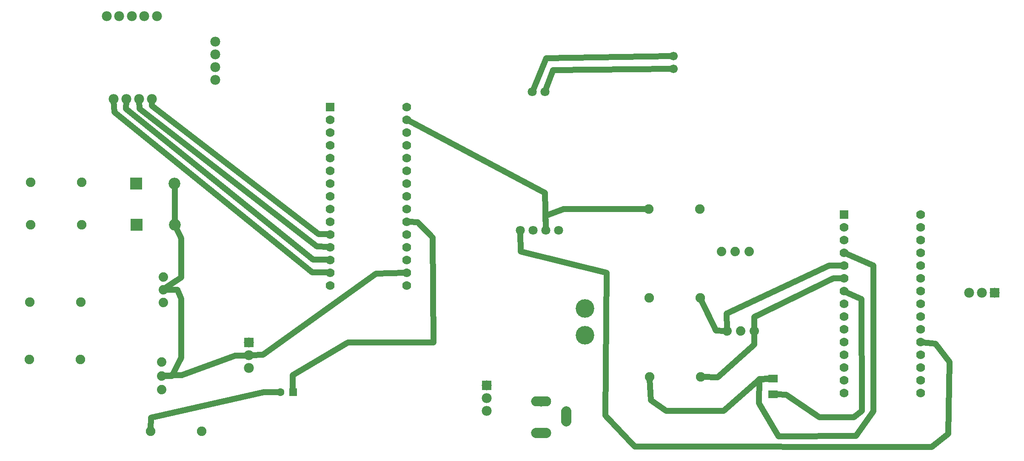
<source format=gtl>
G04 MADE WITH FRITZING*
G04 WWW.FRITZING.ORG*
G04 DOUBLE SIDED*
G04 HOLES PLATED*
G04 CONTOUR ON CENTER OF CONTOUR VECTOR*
%ASAXBY*%
%FSLAX23Y23*%
%MOIN*%
%OFA0B0*%
%SFA1.0B1.0*%
%ADD10C,0.145600*%
%ADD11C,0.078000*%
%ADD12C,0.092000*%
%ADD13C,0.070000*%
%ADD14C,0.075000*%
%ADD15C,0.074000*%
%ADD16C,0.071195*%
%ADD17C,0.067639*%
%ADD18C,0.078740*%
%ADD19C,0.062992*%
%ADD20R,0.078000X0.078000*%
%ADD21R,0.074803X0.062992*%
%ADD22R,0.092000X0.092000*%
%ADD23R,0.069972X0.070000*%
%ADD24R,0.062992X0.062992*%
%ADD25C,0.048000*%
%ADD26R,0.001000X0.001000*%
%LNCOPPER1*%
G90*
G70*
G54D10*
X4538Y953D03*
X4538Y1163D03*
G54D11*
X7747Y1286D03*
X7647Y1286D03*
X7547Y1286D03*
X7747Y1286D03*
X7647Y1286D03*
X7547Y1286D03*
G54D12*
X1025Y1821D03*
X1325Y1821D03*
X1022Y2145D03*
X1322Y2145D03*
G54D13*
X6569Y1899D03*
X6569Y1799D03*
X6569Y1699D03*
X6569Y1599D03*
X6569Y1499D03*
X6569Y1399D03*
X6569Y1299D03*
X6569Y1199D03*
X6569Y1099D03*
X6569Y999D03*
X6569Y899D03*
X6569Y799D03*
X6569Y699D03*
X6569Y599D03*
X6569Y499D03*
X7169Y1899D03*
X7169Y1799D03*
X7169Y1699D03*
X7169Y1599D03*
X7169Y1499D03*
X7169Y1399D03*
X7169Y1299D03*
X7169Y1199D03*
X7169Y1099D03*
X7169Y999D03*
X7169Y899D03*
X7169Y799D03*
X7169Y699D03*
X7169Y599D03*
X7169Y499D03*
X2541Y2745D03*
X2541Y2645D03*
X2541Y2545D03*
X2541Y2445D03*
X2541Y2345D03*
X2541Y2245D03*
X2541Y2145D03*
X2541Y2045D03*
X2541Y1945D03*
X2541Y1845D03*
X2541Y1745D03*
X2541Y1645D03*
X2541Y1545D03*
X2541Y1445D03*
X2541Y1345D03*
X3141Y2745D03*
X3141Y2645D03*
X3141Y2545D03*
X3141Y2445D03*
X3141Y2345D03*
X3141Y2245D03*
X3141Y2145D03*
X3141Y2045D03*
X3141Y1945D03*
X3141Y1845D03*
X3141Y1745D03*
X3141Y1645D03*
X3141Y1545D03*
X3141Y1445D03*
X3141Y1345D03*
G54D14*
X183Y764D03*
X583Y764D03*
X193Y1821D03*
X593Y1821D03*
X196Y2153D03*
X596Y2153D03*
X189Y1212D03*
X589Y1212D03*
X5040Y1247D03*
X5440Y1247D03*
X5045Y626D03*
X5445Y626D03*
X5038Y1944D03*
X5438Y1944D03*
G54D15*
X5865Y988D03*
X5758Y988D03*
X5651Y988D03*
X5865Y988D03*
X5758Y988D03*
X5651Y988D03*
X5823Y1611D03*
X5716Y1611D03*
X5609Y1611D03*
X5823Y1611D03*
X5716Y1611D03*
X5609Y1611D03*
X1221Y742D03*
X1221Y635D03*
X1221Y528D03*
X1221Y742D03*
X1221Y635D03*
X1221Y528D03*
X1233Y1411D03*
X1233Y1311D03*
X1233Y1211D03*
X1233Y1411D03*
X1233Y1311D03*
X1233Y1211D03*
G54D11*
X1904Y896D03*
X1904Y796D03*
X1904Y696D03*
X843Y2808D03*
X943Y2808D03*
X1043Y2808D03*
X1143Y2808D03*
X1642Y2957D03*
X1642Y3057D03*
X1642Y3157D03*
X1642Y3257D03*
X791Y3457D03*
X889Y3457D03*
X988Y3458D03*
X1086Y3457D03*
X1185Y3457D03*
X3769Y560D03*
X3769Y460D03*
X3769Y360D03*
G54D16*
X4032Y1778D03*
X4131Y1778D03*
X4231Y1778D03*
X4331Y1778D03*
X4125Y2865D03*
X4225Y2865D03*
G54D17*
X5230Y3043D03*
X5230Y3143D03*
G54D18*
X4194Y435D03*
X4194Y187D03*
X4391Y317D03*
X4194Y435D03*
X4194Y187D03*
X4391Y317D03*
G54D14*
X1136Y199D03*
X1536Y199D03*
G54D19*
X2250Y507D03*
X2151Y507D03*
G54D20*
X7747Y1286D03*
X7747Y1286D03*
G54D21*
X6012Y613D03*
X6012Y491D03*
G54D22*
X1025Y1821D03*
X1022Y2145D03*
G54D23*
X6569Y1899D03*
X2541Y2745D03*
G54D20*
X1904Y896D03*
X3769Y560D03*
G54D24*
X2250Y507D03*
G54D25*
X2902Y1437D02*
X3124Y1445D01*
D02*
X2015Y799D02*
X2902Y1437D01*
D02*
X1923Y796D02*
X2015Y799D01*
D02*
X1799Y794D02*
X1377Y640D01*
D02*
X1377Y640D02*
X1241Y636D01*
D02*
X1885Y795D02*
X1799Y794D01*
D02*
X1300Y634D02*
X1374Y776D01*
D02*
X1375Y1239D02*
X1345Y1311D01*
D02*
X1345Y1311D02*
X1253Y1311D01*
D02*
X1374Y776D02*
X1375Y1239D01*
D02*
X1241Y635D02*
X1300Y634D01*
D02*
X1374Y1408D02*
X1374Y1713D01*
D02*
X1374Y1713D02*
X1336Y1798D01*
D02*
X1249Y1323D02*
X1374Y1408D01*
D02*
X1325Y1847D02*
X1323Y2119D01*
D02*
X2401Y1446D02*
X850Y2705D01*
D02*
X850Y2705D02*
X845Y2789D01*
D02*
X2523Y1446D02*
X2401Y1446D01*
D02*
X942Y2729D02*
X943Y2789D01*
D02*
X2407Y1547D02*
X942Y2729D01*
D02*
X2523Y1546D02*
X2407Y1547D01*
D02*
X1049Y2729D02*
X2439Y1649D01*
D02*
X2439Y1649D02*
X2524Y1646D01*
D02*
X1045Y2789D02*
X1049Y2729D01*
D02*
X1144Y2789D02*
X1144Y2752D01*
D02*
X2452Y1747D02*
X2523Y1746D01*
D02*
X1144Y2752D02*
X2452Y1747D01*
D02*
X3157Y2637D02*
X4224Y2070D01*
D02*
X4224Y2070D02*
X4231Y1800D01*
D02*
X5462Y626D02*
X5578Y625D01*
D02*
X5578Y625D02*
X5863Y881D01*
D02*
X5863Y881D02*
X5864Y968D01*
D02*
X5866Y1096D02*
X6483Y1401D01*
D02*
X5865Y1008D02*
X5866Y1096D01*
D02*
X6483Y1401D02*
X6551Y1399D01*
D02*
X5650Y1008D02*
X5647Y1123D01*
D02*
X6452Y1501D02*
X6551Y1499D01*
D02*
X5647Y1123D02*
X6452Y1501D01*
D02*
X5631Y988D02*
X5563Y991D01*
D02*
X5563Y991D02*
X5448Y1231D01*
D02*
X4229Y1891D02*
X4231Y1800D01*
D02*
X4371Y1944D02*
X4229Y1891D01*
D02*
X5020Y1944D02*
X4371Y1944D01*
D02*
X5054Y442D02*
X5046Y608D01*
D02*
X5174Y360D02*
X5054Y442D01*
D02*
X5904Y608D02*
X5623Y360D01*
D02*
X5623Y360D02*
X5174Y360D01*
D02*
X5980Y611D02*
X5904Y608D01*
D02*
X6375Y310D02*
X6645Y310D01*
D02*
X6703Y1238D02*
X6585Y1291D01*
D02*
X6645Y310D02*
X6709Y360D01*
D02*
X6709Y360D02*
X6703Y1238D01*
D02*
X6116Y486D02*
X6375Y310D01*
D02*
X6044Y489D02*
X6116Y486D01*
D02*
X5902Y420D02*
X6055Y160D01*
D02*
X6797Y356D02*
X6798Y1500D01*
D02*
X6798Y1500D02*
X6585Y1592D01*
D02*
X5980Y612D02*
X5904Y610D01*
D02*
X6660Y164D02*
X6797Y356D01*
D02*
X6055Y160D02*
X6660Y164D01*
D02*
X5904Y610D02*
X5902Y420D01*
D02*
X4036Y1611D02*
X4032Y1756D01*
D02*
X4707Y1443D02*
X4036Y1611D01*
D02*
X4698Y322D02*
X4707Y1443D01*
D02*
X7383Y181D02*
X7253Y77D01*
D02*
X4928Y81D02*
X4698Y322D01*
D02*
X7284Y886D02*
X7393Y744D01*
D02*
X7187Y897D02*
X7284Y886D01*
D02*
X7393Y744D02*
X7383Y181D01*
D02*
X7253Y77D02*
X4928Y81D01*
D02*
X2247Y639D02*
X2249Y522D01*
D02*
X2682Y896D02*
X2247Y639D01*
D02*
X3227Y1839D02*
X3345Y1721D01*
D02*
X3352Y896D02*
X2682Y896D01*
D02*
X3345Y1721D02*
X3352Y896D01*
D02*
X3159Y1844D02*
X3227Y1839D01*
D02*
X2021Y506D02*
X2136Y506D01*
D02*
X1137Y308D02*
X2021Y506D01*
D02*
X1136Y216D02*
X1137Y308D01*
D02*
X4287Y3032D02*
X5210Y3043D01*
D02*
X4232Y2885D02*
X4287Y3032D01*
D02*
X4133Y2885D02*
X4236Y3128D01*
D02*
X4236Y3128D02*
X5210Y3143D01*
G54D26*
X4150Y474D02*
X4239Y474D01*
X4145Y473D02*
X4244Y473D01*
X4142Y472D02*
X4247Y472D01*
X4139Y471D02*
X4249Y471D01*
X4137Y470D02*
X4252Y470D01*
X4136Y469D02*
X4253Y469D01*
X4134Y468D02*
X4255Y468D01*
X4132Y467D02*
X4256Y467D01*
X4131Y466D02*
X4258Y466D01*
X4130Y465D02*
X4259Y465D01*
X4129Y464D02*
X4260Y464D01*
X4128Y463D02*
X4261Y463D01*
X4127Y462D02*
X4262Y462D01*
X4126Y461D02*
X4263Y461D01*
X4125Y460D02*
X4264Y460D01*
X4124Y459D02*
X4265Y459D01*
X4124Y458D02*
X4265Y458D01*
X4123Y457D02*
X4266Y457D01*
X4122Y456D02*
X4267Y456D01*
X4122Y455D02*
X4267Y455D01*
X4121Y454D02*
X4189Y454D01*
X4200Y454D02*
X4268Y454D01*
X4120Y453D02*
X4186Y453D01*
X4203Y453D02*
X4268Y453D01*
X4120Y452D02*
X4184Y452D01*
X4205Y452D02*
X4269Y452D01*
X4120Y451D02*
X4182Y451D01*
X4206Y451D02*
X4269Y451D01*
X4119Y450D02*
X4181Y450D01*
X4208Y450D02*
X4270Y450D01*
X4119Y449D02*
X4180Y449D01*
X4209Y449D02*
X4270Y449D01*
X4118Y448D02*
X4179Y448D01*
X4210Y448D02*
X4270Y448D01*
X4118Y447D02*
X4178Y447D01*
X4211Y447D02*
X4271Y447D01*
X4118Y446D02*
X4178Y446D01*
X4211Y446D02*
X4271Y446D01*
X4117Y445D02*
X4177Y445D01*
X4212Y445D02*
X4271Y445D01*
X4117Y444D02*
X4176Y444D01*
X4212Y444D02*
X4272Y444D01*
X4117Y443D02*
X4176Y443D01*
X4213Y443D02*
X4272Y443D01*
X4117Y442D02*
X4176Y442D01*
X4213Y442D02*
X4272Y442D01*
X4117Y441D02*
X4175Y441D01*
X4214Y441D02*
X4272Y441D01*
X4116Y440D02*
X4175Y440D01*
X4214Y440D02*
X4272Y440D01*
X4116Y439D02*
X4175Y439D01*
X4214Y439D02*
X4272Y439D01*
X4116Y438D02*
X4174Y438D01*
X4214Y438D02*
X4272Y438D01*
X4116Y437D02*
X4174Y437D01*
X4214Y437D02*
X4273Y437D01*
X4116Y436D02*
X4174Y436D01*
X4214Y436D02*
X4273Y436D01*
X4116Y435D02*
X4174Y435D01*
X4215Y435D02*
X4273Y435D01*
X4116Y434D02*
X4174Y434D01*
X4214Y434D02*
X4273Y434D01*
X4116Y433D02*
X4174Y433D01*
X4214Y433D02*
X4273Y433D01*
X4116Y432D02*
X4175Y432D01*
X4214Y432D02*
X4272Y432D01*
X4116Y431D02*
X4175Y431D01*
X4214Y431D02*
X4272Y431D01*
X4117Y430D02*
X4175Y430D01*
X4214Y430D02*
X4272Y430D01*
X4117Y429D02*
X4175Y429D01*
X4213Y429D02*
X4272Y429D01*
X4117Y428D02*
X4176Y428D01*
X4213Y428D02*
X4272Y428D01*
X4117Y427D02*
X4176Y427D01*
X4213Y427D02*
X4272Y427D01*
X4117Y426D02*
X4177Y426D01*
X4212Y426D02*
X4272Y426D01*
X4118Y425D02*
X4177Y425D01*
X4212Y425D02*
X4271Y425D01*
X4118Y424D02*
X4178Y424D01*
X4211Y424D02*
X4271Y424D01*
X4118Y423D02*
X4178Y423D01*
X4210Y423D02*
X4271Y423D01*
X4118Y422D02*
X4179Y422D01*
X4209Y422D02*
X4270Y422D01*
X4119Y421D02*
X4180Y421D01*
X4209Y421D02*
X4270Y421D01*
X4119Y420D02*
X4181Y420D01*
X4207Y420D02*
X4270Y420D01*
X4120Y419D02*
X4183Y419D01*
X4206Y419D02*
X4269Y419D01*
X4120Y418D02*
X4184Y418D01*
X4204Y418D02*
X4269Y418D01*
X4121Y417D02*
X4186Y417D01*
X4203Y417D02*
X4268Y417D01*
X4121Y416D02*
X4189Y416D01*
X4199Y416D02*
X4268Y416D01*
X4122Y415D02*
X4267Y415D01*
X4122Y414D02*
X4266Y414D01*
X4123Y413D02*
X4266Y413D01*
X4124Y412D02*
X4265Y412D01*
X4124Y411D02*
X4264Y411D01*
X4125Y410D02*
X4264Y410D01*
X4126Y409D02*
X4263Y409D01*
X4127Y408D02*
X4262Y408D01*
X4128Y407D02*
X4261Y407D01*
X4129Y406D02*
X4260Y406D01*
X4130Y405D02*
X4259Y405D01*
X4131Y404D02*
X4257Y404D01*
X4133Y403D02*
X4256Y403D01*
X4134Y402D02*
X4254Y402D01*
X4136Y401D02*
X4253Y401D01*
X4138Y400D02*
X4251Y400D01*
X4140Y399D02*
X4249Y399D01*
X4143Y398D02*
X4246Y398D01*
X4146Y397D02*
X4243Y397D01*
X4151Y396D02*
X4237Y396D01*
X4384Y395D02*
X4398Y395D01*
X4380Y394D02*
X4402Y394D01*
X4377Y393D02*
X4405Y393D01*
X4375Y392D02*
X4407Y392D01*
X4373Y391D02*
X4409Y391D01*
X4371Y390D02*
X4411Y390D01*
X4370Y389D02*
X4413Y389D01*
X4368Y388D02*
X4414Y388D01*
X4367Y387D02*
X4415Y387D01*
X4366Y386D02*
X4417Y386D01*
X4365Y385D02*
X4418Y385D01*
X4364Y384D02*
X4419Y384D01*
X4363Y383D02*
X4420Y383D01*
X4362Y382D02*
X4421Y382D01*
X4361Y381D02*
X4421Y381D01*
X4360Y380D02*
X4422Y380D01*
X4360Y379D02*
X4423Y379D01*
X4359Y378D02*
X4424Y378D01*
X4358Y377D02*
X4424Y377D01*
X4358Y376D02*
X4425Y376D01*
X4357Y375D02*
X4425Y375D01*
X4357Y374D02*
X4426Y374D01*
X4356Y373D02*
X4426Y373D01*
X4356Y372D02*
X4427Y372D01*
X4355Y371D02*
X4427Y371D01*
X4355Y370D02*
X4428Y370D01*
X4354Y369D02*
X4428Y369D01*
X4354Y368D02*
X4428Y368D01*
X4354Y367D02*
X4429Y367D01*
X4354Y366D02*
X4429Y366D01*
X4353Y365D02*
X4429Y365D01*
X4353Y364D02*
X4429Y364D01*
X4353Y363D02*
X4430Y363D01*
X4353Y362D02*
X4430Y362D01*
X4353Y361D02*
X4430Y361D01*
X4353Y360D02*
X4430Y360D01*
X4353Y359D02*
X4430Y359D01*
X4352Y358D02*
X4430Y358D01*
X4352Y357D02*
X4430Y357D01*
X4352Y356D02*
X4430Y356D01*
X4352Y355D02*
X4430Y355D01*
X4352Y354D02*
X4430Y354D01*
X4352Y353D02*
X4430Y353D01*
X4352Y352D02*
X4430Y352D01*
X4352Y351D02*
X4430Y351D01*
X4352Y350D02*
X4430Y350D01*
X4352Y349D02*
X4430Y349D01*
X4352Y348D02*
X4430Y348D01*
X4352Y347D02*
X4430Y347D01*
X4352Y346D02*
X4430Y346D01*
X4352Y345D02*
X4430Y345D01*
X4352Y344D02*
X4430Y344D01*
X4352Y343D02*
X4430Y343D01*
X4352Y342D02*
X4430Y342D01*
X4352Y341D02*
X4430Y341D01*
X4352Y340D02*
X4430Y340D01*
X4352Y339D02*
X4430Y339D01*
X4352Y338D02*
X4430Y338D01*
X4352Y337D02*
X4430Y337D01*
X4352Y336D02*
X4386Y336D01*
X4397Y336D02*
X4430Y336D01*
X4352Y335D02*
X4383Y335D01*
X4400Y335D02*
X4430Y335D01*
X4352Y334D02*
X4381Y334D01*
X4402Y334D02*
X4430Y334D01*
X4352Y333D02*
X4379Y333D01*
X4403Y333D02*
X4430Y333D01*
X4352Y332D02*
X4378Y332D01*
X4404Y332D02*
X4430Y332D01*
X4352Y331D02*
X4377Y331D01*
X4406Y331D02*
X4430Y331D01*
X4352Y330D02*
X4376Y330D01*
X4406Y330D02*
X4430Y330D01*
X4352Y329D02*
X4375Y329D01*
X4407Y329D02*
X4430Y329D01*
X4352Y328D02*
X4374Y328D01*
X4408Y328D02*
X4430Y328D01*
X4352Y327D02*
X4374Y327D01*
X4409Y327D02*
X4430Y327D01*
X4352Y326D02*
X4373Y326D01*
X4409Y326D02*
X4430Y326D01*
X4352Y325D02*
X4373Y325D01*
X4410Y325D02*
X4430Y325D01*
X4352Y324D02*
X4372Y324D01*
X4410Y324D02*
X4430Y324D01*
X4352Y323D02*
X4372Y323D01*
X4410Y323D02*
X4430Y323D01*
X4352Y322D02*
X4372Y322D01*
X4411Y322D02*
X4430Y322D01*
X4352Y321D02*
X4371Y321D01*
X4411Y321D02*
X4430Y321D01*
X4352Y320D02*
X4371Y320D01*
X4411Y320D02*
X4430Y320D01*
X4352Y319D02*
X4371Y319D01*
X4411Y319D02*
X4430Y319D01*
X4352Y318D02*
X4371Y318D01*
X4411Y318D02*
X4430Y318D01*
X4352Y317D02*
X4371Y317D01*
X4411Y317D02*
X4430Y317D01*
X4352Y316D02*
X4371Y316D01*
X4411Y316D02*
X4430Y316D01*
X4352Y315D02*
X4371Y315D01*
X4411Y315D02*
X4430Y315D01*
X4352Y314D02*
X4371Y314D01*
X4411Y314D02*
X4430Y314D01*
X4352Y313D02*
X4371Y313D01*
X4411Y313D02*
X4430Y313D01*
X4352Y312D02*
X4372Y312D01*
X4411Y312D02*
X4430Y312D01*
X4352Y311D02*
X4372Y311D01*
X4410Y311D02*
X4430Y311D01*
X4352Y310D02*
X4372Y310D01*
X4410Y310D02*
X4430Y310D01*
X4352Y309D02*
X4373Y309D01*
X4410Y309D02*
X4430Y309D01*
X4352Y308D02*
X4373Y308D01*
X4409Y308D02*
X4430Y308D01*
X4352Y307D02*
X4374Y307D01*
X4409Y307D02*
X4430Y307D01*
X4352Y306D02*
X4374Y306D01*
X4408Y306D02*
X4430Y306D01*
X4352Y305D02*
X4375Y305D01*
X4407Y305D02*
X4430Y305D01*
X4352Y304D02*
X4376Y304D01*
X4406Y304D02*
X4430Y304D01*
X4352Y303D02*
X4377Y303D01*
X4406Y303D02*
X4430Y303D01*
X4352Y302D02*
X4378Y302D01*
X4404Y302D02*
X4430Y302D01*
X4352Y301D02*
X4379Y301D01*
X4403Y301D02*
X4430Y301D01*
X4352Y300D02*
X4381Y300D01*
X4401Y300D02*
X4430Y300D01*
X4352Y299D02*
X4383Y299D01*
X4400Y299D02*
X4430Y299D01*
X4352Y298D02*
X4386Y298D01*
X4397Y298D02*
X4430Y298D01*
X4352Y297D02*
X4430Y297D01*
X4352Y296D02*
X4430Y296D01*
X4352Y295D02*
X4430Y295D01*
X4352Y294D02*
X4430Y294D01*
X4352Y293D02*
X4430Y293D01*
X4352Y292D02*
X4430Y292D01*
X4352Y291D02*
X4430Y291D01*
X4352Y290D02*
X4430Y290D01*
X4352Y289D02*
X4430Y289D01*
X4352Y288D02*
X4430Y288D01*
X4352Y287D02*
X4430Y287D01*
X4352Y286D02*
X4430Y286D01*
X4352Y285D02*
X4430Y285D01*
X4352Y284D02*
X4430Y284D01*
X4352Y283D02*
X4430Y283D01*
X4352Y282D02*
X4430Y282D01*
X4352Y281D02*
X4430Y281D01*
X4352Y280D02*
X4430Y280D01*
X4352Y279D02*
X4430Y279D01*
X4352Y278D02*
X4430Y278D01*
X4352Y277D02*
X4430Y277D01*
X4352Y276D02*
X4430Y276D01*
X4353Y275D02*
X4430Y275D01*
X4353Y274D02*
X4430Y274D01*
X4353Y273D02*
X4430Y273D01*
X4353Y272D02*
X4430Y272D01*
X4353Y271D02*
X4430Y271D01*
X4353Y270D02*
X4429Y270D01*
X4353Y269D02*
X4429Y269D01*
X4354Y268D02*
X4429Y268D01*
X4354Y267D02*
X4429Y267D01*
X4354Y266D02*
X4428Y266D01*
X4354Y265D02*
X4428Y265D01*
X4355Y264D02*
X4428Y264D01*
X4355Y263D02*
X4427Y263D01*
X4356Y262D02*
X4427Y262D01*
X4356Y261D02*
X4426Y261D01*
X4357Y260D02*
X4426Y260D01*
X4357Y259D02*
X4425Y259D01*
X4358Y258D02*
X4425Y258D01*
X4358Y257D02*
X4424Y257D01*
X4359Y256D02*
X4424Y256D01*
X4360Y255D02*
X4423Y255D01*
X4360Y254D02*
X4422Y254D01*
X4361Y253D02*
X4421Y253D01*
X4362Y252D02*
X4421Y252D01*
X4363Y251D02*
X4420Y251D01*
X4364Y250D02*
X4419Y250D01*
X4365Y249D02*
X4418Y249D01*
X4366Y248D02*
X4417Y248D01*
X4367Y247D02*
X4415Y247D01*
X4368Y246D02*
X4414Y246D01*
X4370Y245D02*
X4413Y245D01*
X4371Y244D02*
X4411Y244D01*
X4373Y243D02*
X4409Y243D01*
X4375Y242D02*
X4407Y242D01*
X4377Y241D02*
X4405Y241D01*
X4380Y240D02*
X4402Y240D01*
X4384Y239D02*
X4398Y239D01*
X4150Y226D02*
X4239Y226D01*
X4145Y225D02*
X4244Y225D01*
X4142Y224D02*
X4247Y224D01*
X4139Y223D02*
X4249Y223D01*
X4137Y222D02*
X4251Y222D01*
X4136Y221D02*
X4253Y221D01*
X4134Y220D02*
X4255Y220D01*
X4132Y219D02*
X4256Y219D01*
X4131Y218D02*
X4258Y218D01*
X4130Y217D02*
X4259Y217D01*
X4129Y216D02*
X4260Y216D01*
X4128Y215D02*
X4261Y215D01*
X4127Y214D02*
X4262Y214D01*
X4126Y213D02*
X4263Y213D01*
X4125Y212D02*
X4264Y212D01*
X4124Y211D02*
X4264Y211D01*
X4124Y210D02*
X4265Y210D01*
X4123Y209D02*
X4266Y209D01*
X4122Y208D02*
X4267Y208D01*
X4122Y207D02*
X4267Y207D01*
X4121Y206D02*
X4189Y206D01*
X4200Y206D02*
X4268Y206D01*
X4120Y205D02*
X4186Y205D01*
X4203Y205D02*
X4268Y205D01*
X4120Y204D02*
X4184Y204D01*
X4205Y204D02*
X4269Y204D01*
X4120Y203D02*
X4182Y203D01*
X4206Y203D02*
X4269Y203D01*
X4119Y202D02*
X4181Y202D01*
X4208Y202D02*
X4270Y202D01*
X4119Y201D02*
X4180Y201D01*
X4209Y201D02*
X4270Y201D01*
X4118Y200D02*
X4179Y200D01*
X4210Y200D02*
X4270Y200D01*
X4118Y199D02*
X4178Y199D01*
X4210Y199D02*
X4271Y199D01*
X4118Y198D02*
X4178Y198D01*
X4211Y198D02*
X4271Y198D01*
X4117Y197D02*
X4177Y197D01*
X4212Y197D02*
X4271Y197D01*
X4117Y196D02*
X4176Y196D01*
X4212Y196D02*
X4272Y196D01*
X4117Y195D02*
X4176Y195D01*
X4213Y195D02*
X4272Y195D01*
X4117Y194D02*
X4176Y194D01*
X4213Y194D02*
X4272Y194D01*
X4117Y193D02*
X4175Y193D01*
X4214Y193D02*
X4272Y193D01*
X4116Y192D02*
X4175Y192D01*
X4214Y192D02*
X4272Y192D01*
X4116Y191D02*
X4175Y191D01*
X4214Y191D02*
X4272Y191D01*
X4116Y190D02*
X4175Y190D01*
X4214Y190D02*
X4272Y190D01*
X4116Y189D02*
X4174Y189D01*
X4214Y189D02*
X4273Y189D01*
X4116Y188D02*
X4174Y188D01*
X4214Y188D02*
X4273Y188D01*
X4116Y187D02*
X4174Y187D01*
X4215Y187D02*
X4273Y187D01*
X4116Y186D02*
X4174Y186D01*
X4214Y186D02*
X4273Y186D01*
X4116Y185D02*
X4174Y185D01*
X4214Y185D02*
X4273Y185D01*
X4116Y184D02*
X4175Y184D01*
X4214Y184D02*
X4272Y184D01*
X4116Y183D02*
X4175Y183D01*
X4214Y183D02*
X4272Y183D01*
X4117Y182D02*
X4175Y182D01*
X4214Y182D02*
X4272Y182D01*
X4117Y181D02*
X4175Y181D01*
X4214Y181D02*
X4272Y181D01*
X4117Y180D02*
X4176Y180D01*
X4213Y180D02*
X4272Y180D01*
X4117Y179D02*
X4176Y179D01*
X4213Y179D02*
X4272Y179D01*
X4117Y178D02*
X4177Y178D01*
X4212Y178D02*
X4272Y178D01*
X4118Y177D02*
X4177Y177D01*
X4212Y177D02*
X4271Y177D01*
X4118Y176D02*
X4178Y176D01*
X4211Y176D02*
X4271Y176D01*
X4118Y175D02*
X4178Y175D01*
X4210Y175D02*
X4271Y175D01*
X4118Y174D02*
X4179Y174D01*
X4209Y174D02*
X4270Y174D01*
X4119Y173D02*
X4180Y173D01*
X4209Y173D02*
X4270Y173D01*
X4119Y172D02*
X4181Y172D01*
X4207Y172D02*
X4270Y172D01*
X4120Y171D02*
X4183Y171D01*
X4206Y171D02*
X4269Y171D01*
X4120Y170D02*
X4184Y170D01*
X4204Y170D02*
X4269Y170D01*
X4121Y169D02*
X4186Y169D01*
X4203Y169D02*
X4268Y169D01*
X4121Y168D02*
X4189Y168D01*
X4199Y168D02*
X4268Y168D01*
X4122Y167D02*
X4267Y167D01*
X4122Y166D02*
X4266Y166D01*
X4123Y165D02*
X4266Y165D01*
X4124Y164D02*
X4265Y164D01*
X4124Y163D02*
X4264Y163D01*
X4125Y162D02*
X4264Y162D01*
X4126Y161D02*
X4263Y161D01*
X4127Y160D02*
X4262Y160D01*
X4128Y159D02*
X4261Y159D01*
X4129Y158D02*
X4260Y158D01*
X4130Y157D02*
X4259Y157D01*
X4131Y156D02*
X4257Y156D01*
X4133Y155D02*
X4256Y155D01*
X4134Y154D02*
X4255Y154D01*
X4136Y153D02*
X4253Y153D01*
X4138Y152D02*
X4251Y152D01*
X4140Y151D02*
X4249Y151D01*
X4142Y150D02*
X4246Y150D01*
X4146Y149D02*
X4243Y149D01*
X4151Y148D02*
X4238Y148D01*
D02*
G04 End of Copper1*
M02*
</source>
